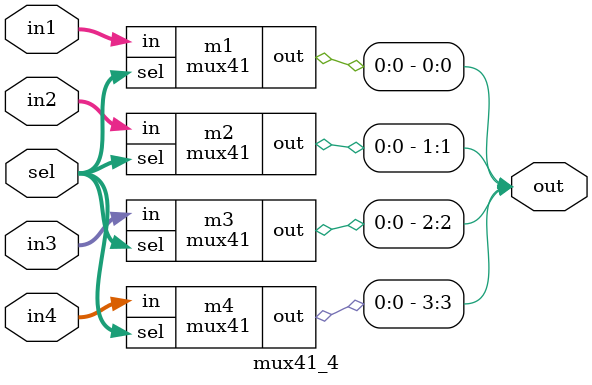
<source format=v>
module mux41 (in,out,sel);
    input [3:0]in;
    input [1:0]sel;
    output reg out;
    always @(*) begin
        case (sel)
            0:out=in[0];
            1:out=in[1];
            2:out=in[2];
            3:out=in[3]; 
        endcase
    end
endmodule

module mux41_4 (
    in1,in2,in3,in4,sel,out
);
    input [3:0]in1,in2,in3,in4;
    input [1:0]sel;
    output [3:0]out;

    mux41 m1(in1,out[0],sel);
    mux41 m2(in2,out[1],sel);
    mux41 m3(in3,out[2],sel);
    mux41 m4(in4,out[3],sel);
    
endmodule
</source>
